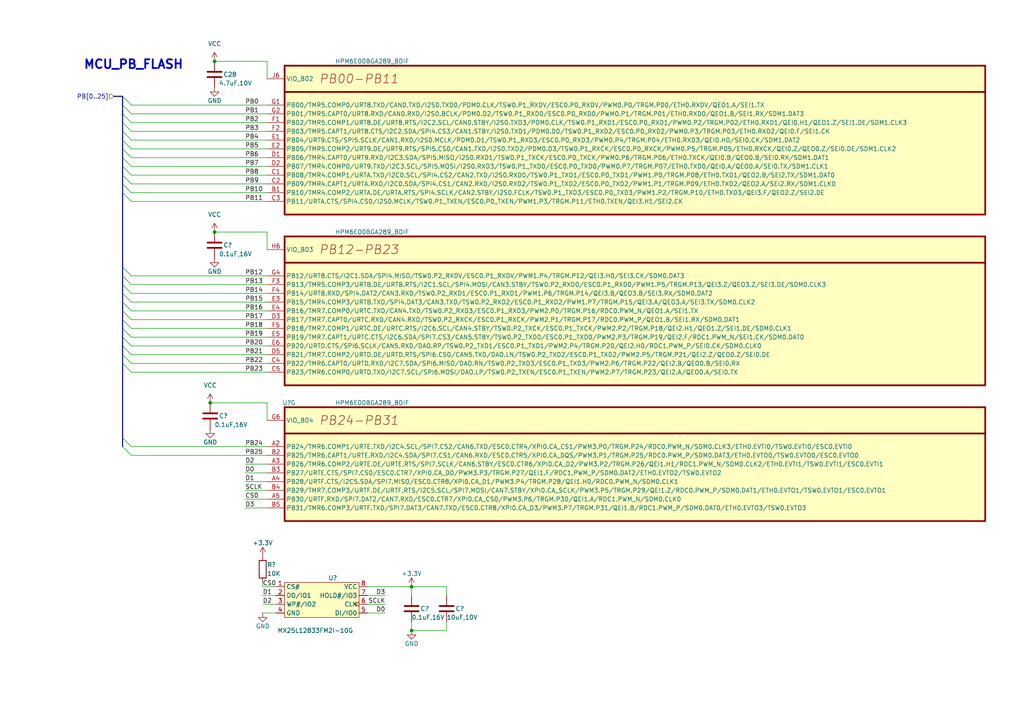
<source format=kicad_sch>
(kicad_sch (version 20230121) (generator eeschema)
  (paper "A4")
  (title_block (title "HPM6E00FULLPORTRevB") (date "2024-09-12") (rev "RevA") (comment 1 "MCU_PB_FLASH"))
  (junction (at 62.23 17.78))
  (junction (at 62.23 67.31))
  (junction (at 60.96 116.84))
  (junction (at 119.38 170.18))
  (junction (at 119.38 182.88))
  (bus_entry (at 35.56 40.64) (size 2.54 2.54))
  (bus_entry (at 35.56 90.17) (size 2.54 2.54))
  (bus_entry (at 35.56 85.09) (size 2.54 2.54))
  (bus_entry (at 35.56 30.48) (size 2.54 2.54))
  (bus_entry (at 35.56 33.02) (size 2.54 2.54))
  (bus_entry (at 35.56 80.01) (size 2.54 2.54))
  (bus_entry (at 35.56 53.34) (size 2.54 2.54))
  (bus_entry (at 35.56 105.41) (size 2.54 2.54))
  (bus_entry (at 35.56 82.55) (size 2.54 2.54))
  (bus_entry (at 35.56 92.71) (size 2.54 2.54))
  (bus_entry (at 35.56 77.47) (size 2.54 2.54))
  (bus_entry (at 35.56 102.87) (size 2.54 2.54))
  (bus_entry (at 35.56 38.1) (size 2.54 2.54))
  (bus_entry (at 35.56 100.33) (size 2.54 2.54))
  (bus_entry (at 35.56 127) (size 2.54 2.54))
  (bus_entry (at 35.56 129.54) (size 2.54 2.54))
  (bus_entry (at 35.56 55.88) (size 2.54 2.54))
  (bus_entry (at 35.56 48.26) (size 2.54 2.54))
  (bus_entry (at 35.56 45.72) (size 2.54 2.54))
  (bus_entry (at 35.56 97.79) (size 2.54 2.54))
  (bus_entry (at 35.56 27.94) (size 2.54 2.54))
  (bus_entry (at 35.56 87.63) (size 2.54 2.54))
  (bus_entry (at 35.56 43.18) (size 2.54 2.54))
  (bus_entry (at 35.56 35.56) (size 2.54 2.54))
  (bus_entry (at 35.56 50.8) (size 2.54 2.54))
  (bus_entry (at 35.56 95.25) (size 2.54 2.54))
  (wire (pts (xy 76.2 170.18) (xy 80.01 170.18)))
  (bus (pts (xy 35.56 35.56) (xy 35.56 38.1)))
  (wire (pts (xy 38.1 43.18) (xy 77.47 43.18)))
  (wire (pts (xy 38.1 55.88) (xy 77.47 55.88)))
  (wire (pts (xy 38.1 92.71) (xy 77.47 92.71)))
  (bus (pts (xy 35.56 95.25) (xy 35.56 97.79)))
  (bus (pts (xy 35.56 85.09) (xy 35.56 87.63)))
  (wire (pts (xy 60.96 116.84) (xy 77.47 116.84)))
  (wire (pts (xy 38.1 85.09) (xy 77.47 85.09)))
  (wire (pts (xy 38.1 100.33) (xy 77.47 100.33)))
  (wire (pts (xy 76.2 177.8) (xy 80.01 177.8)))
  (bus (pts (xy 35.56 53.34) (xy 35.56 55.88)))
  (bus (pts (xy 35.56 100.33) (xy 35.56 102.87)))
  (wire (pts (xy 38.1 35.56) (xy 77.47 35.56)))
  (bus (pts (xy 35.56 92.71) (xy 35.56 95.25)))
  (wire (pts (xy 38.1 80.01) (xy 77.47 80.01)))
  (wire (pts (xy 71.12 142.24) (xy 77.47 142.24)))
  (wire (pts (xy 71.12 139.7) (xy 77.47 139.7)))
  (wire (pts (xy 38.1 48.26) (xy 77.47 48.26)))
  (bus (pts (xy 33.02 27.94) (xy 35.56 27.94)))
  (wire (pts (xy 38.1 105.41) (xy 77.47 105.41)))
  (wire (pts (xy 38.1 58.42) (xy 77.47 58.42)))
  (bus (pts (xy 35.56 102.87) (xy 35.56 105.41)))
  (wire (pts (xy 71.12 137.16) (xy 77.47 137.16)))
  (wire (pts (xy 38.1 53.34) (xy 77.47 53.34)))
  (bus (pts (xy 35.56 43.18) (xy 35.56 45.72)))
  (wire (pts (xy 38.1 87.63) (xy 77.47 87.63)))
  (wire (pts (xy 77.47 67.31) (xy 77.47 72.39)))
  (wire (pts (xy 76.2 175.26) (xy 80.01 175.26)))
  (wire (pts (xy 38.1 90.17) (xy 77.47 90.17)))
  (bus (pts (xy 35.56 30.48) (xy 35.56 27.94)))
  (bus (pts (xy 35.56 82.55) (xy 35.56 85.09)))
  (bus (pts (xy 35.56 87.63) (xy 35.56 90.17)))
  (wire (pts (xy 38.1 95.25) (xy 77.47 95.25)))
  (wire (pts (xy 38.1 102.87) (xy 77.47 102.87)))
  (wire (pts (xy 76.2 168.91) (xy 76.2 170.18)))
  (wire (pts (xy 38.1 30.48) (xy 77.47 30.48)))
  (wire (pts (xy 62.23 67.31) (xy 77.47 67.31)))
  (wire (pts (xy 77.47 22.86) (xy 77.47 17.78)))
  (wire (pts (xy 38.1 40.64) (xy 77.47 40.64)))
  (wire (pts (xy 77.47 17.78) (xy 62.23 17.78)))
  (bus (pts (xy 35.56 45.72) (xy 35.56 48.26)))
  (wire (pts (xy 106.68 170.18) (xy 119.38 170.18)))
  (bus (pts (xy 35.56 105.41) (xy 35.56 127)))
  (wire (pts (xy 38.1 97.79) (xy 77.47 97.79)))
  (wire (pts (xy 111.76 175.26) (xy 106.68 175.26)))
  (wire (pts (xy 129.54 182.88) (xy 119.38 182.88)))
  (bus (pts (xy 35.56 97.79) (xy 35.56 100.33)))
  (bus (pts (xy 35.56 33.02) (xy 35.56 35.56)))
  (wire (pts (xy 38.1 107.95) (xy 77.47 107.95)))
  (wire (pts (xy 129.54 170.18) (xy 129.54 172.72)))
  (wire (pts (xy 119.38 170.18) (xy 129.54 170.18)))
  (bus (pts (xy 35.56 55.88) (xy 35.56 77.47)))
  (wire (pts (xy 71.12 144.78) (xy 77.47 144.78)))
  (wire (pts (xy 38.1 132.08) (xy 77.47 132.08)))
  (wire (pts (xy 71.12 147.32) (xy 77.47 147.32)))
  (wire (pts (xy 119.38 170.18) (xy 119.38 172.72)))
  (wire (pts (xy 76.2 172.72) (xy 80.01 172.72)))
  (wire (pts (xy 111.76 172.72) (xy 106.68 172.72)))
  (wire (pts (xy 38.1 129.54) (xy 77.47 129.54)))
  (wire (pts (xy 38.1 38.1) (xy 77.47 38.1)))
  (bus (pts (xy 35.56 38.1) (xy 35.56 40.64)))
  (wire (pts (xy 77.47 116.84) (xy 77.47 121.92)))
  (bus (pts (xy 35.56 40.64) (xy 35.56 43.18)))
  (wire (pts (xy 129.54 182.88) (xy 129.54 180.34)))
  (bus (pts (xy 35.56 30.48) (xy 35.56 33.02)))
  (wire (pts (xy 38.1 82.55) (xy 77.47 82.55)))
  (wire (pts (xy 38.1 50.8) (xy 77.47 50.8)))
  (bus (pts (xy 35.56 77.47) (xy 35.56 80.01)))
  (wire (pts (xy 71.12 134.62) (xy 77.47 134.62)))
  (wire (pts (xy 111.76 177.8) (xy 106.68 177.8)))
  (bus (pts (xy 35.56 48.26) (xy 35.56 50.8)))
  (bus (pts (xy 35.56 50.8) (xy 35.56 53.34)))
  (wire (pts (xy 38.1 45.72) (xy 77.47 45.72)))
  (bus (pts (xy 35.56 90.17) (xy 35.56 92.71)))
  (bus (pts (xy 35.56 127) (xy 35.56 129.54)))
  (wire (pts (xy 119.38 182.88) (xy 119.38 180.34)))
  (wire (pts (xy 38.1 33.02) (xy 77.47 33.02)))
  (bus (pts (xy 35.56 80.01) (xy 35.56 82.55)))
  (text "MCU_PB_FLASH" (at 24.13 20.32 0) (effects (font (size 2.54 2.54) (thickness 0.508) bold) (justify left bottom)))
  (label "PB16" (at 71.12 90.17 0))
  (label "PB14" (at 71.12 85.09 0))
  (label "PB5" (at 71.12 43.18 0))
  (label "D2" (at 71.12 134.62 0))
  (label "PB10" (at 71.12 55.88 0))
  (label "PB21" (at 71.12 102.87 0))
  (label "PB18" (at 71.12 95.25 0))
  (label "PB4" (at 71.12 40.64 0))
  (label "PB25" (at 71.12 132.08 0))
  (label "PB7" (at 71.12 48.26 0))
  (label "PB6" (at 71.12 45.72 0))
  (label "PB19" (at 71.12 97.79 0))
  (label "D1" (at 76.2 172.72 0))
  (label "D2" (at 76.2 175.26 0))
  (label "PB3" (at 71.12 38.1 0))
  (label "PB13" (at 71.12 82.55 0))
  (label "D0" (at 111.76 177.8 180))
  (label "PB22" (at 71.12 105.41 0))
  (label "D0" (at 71.12 137.16 0))
  (label "PB20" (at 71.12 100.33 0))
  (label "D3" (at 71.12 147.32 0))
  (label "PB24" (at 71.12 129.54 0))
  (label "SCLK" (at 71.12 142.24 0))
  (label "D1" (at 71.12 139.7 0))
  (label "CS0" (at 76.2 170.18 0))
  (label "PB8" (at 71.12 50.8 0))
  (label "PB15" (at 71.12 87.63 0))
  (label "D3" (at 111.76 172.72 180))
  (label "PB2" (at 71.12 35.56 0))
  (label "PB1" (at 71.12 33.02 0))
  (label "SCLK" (at 111.76 175.26 180))
  (label "PB12" (at 71.12 80.01 0))
  (label "PB17" (at 71.12 92.71 0))
  (label "PB9" (at 71.12 53.34 0))
  (label "CS0" (at 71.12 144.78 0))
  (label "PB11" (at 71.12 58.42 0))
  (label "PB0" (at 71.12 30.48 0))
  (label "PB23" (at 71.12 107.95 0))
  (hierarchical_label "PB[0..25]" (shape input) (at 33.02 27.94 180))
  (symbol (lib_id "power:GND") (at 60.96 124.46 0) (unit 1)
    (property "Reference" "#PWR?" (effects hide))
    (property "Value" "GND" (at 58.928 128.27 0) (effects (justify left)))
    (instances (project "HPM6E00 SKT Board BGA289_BDIF REVA" (path "" (reference "#PWR?") (unit 1)) (path "" (reference "#PWR?") (unit 1))) (project "HPM5300-CON-JTAG" (path "" (reference "#PWR?") (unit 1))) (project "HPM6E00FULLPORTRevB" (path "" (reference "#PWR?") (unit 1)) (path "" (reference "#PWR?") (unit 1)) (path "" (reference "#PWR059") (unit 1))) (project "HPM5300 SKT Board LQFP100 REVA" (path "" (reference "#PWR?") (unit 1))))
  )
  (symbol (lib_id "power:GND") (at 76.2 177.8 0) (unit 1)
    (property "Reference" "#PWR?" (effects hide))
    (property "Value" "GND" (at 74.168 181.61 0) (effects (justify left)))
    (instances (project "HPM6E00 SKT Board BGA289_BDIF REVA" (path "" (reference "#PWR?") (unit 1)) (path "" (reference "#PWR?") (unit 1))) (project "HPM5300-CON-JTAG" (path "" (reference "#PWR?") (unit 1))) (project "HPM6E00FULLPORTRevB" (path "" (reference "#PWR?") (unit 1)) (path "" (reference "#PWR?") (unit 1)) (path "" (reference "#PWR061") (unit 1))) (project "HPM5300 SKT Board LQFP100 REVA" (path "" (reference "#PWR?") (unit 1))))
  )
  (symbol (lib_id "00_HPM_power:VCC") (at 62.23 67.31 0) (unit 1)
    (property "Reference" "#PWR?" (effects hide))
    (property "Value" "VCC" (at 62.23 62.23 0))
    (instances (project "HPM6E00FULLPORTRevB" (path "" (reference "#PWR?") (unit 1)) (path "" (reference "#PWR055") (unit 1))))
  )
  (symbol (lib_id "power:+3.3V") (at 119.38 170.18 0) (unit 1)
    (property "Reference" "#PWR?" (effects hide))
    (property "Value" "+3.3V" (at 119.38 166.37 0))
    (instances (project "HPM6E00 SKT Board BGA289_BDIF REVA" (path "" (reference "#PWR?") (unit 1)) (path "" (reference "#PWR?") (unit 1))) (project "HPM5300-CON-JTAG" (path "" (reference "#PWR?") (unit 1))) (project "HPM6E00FULLPORTRevB" (path "" (reference "#PWR?") (unit 1)) (path "" (reference "#PWR?") (unit 1)) (path "" (reference "#PWR062") (unit 1))) (project "HPM5300 SKT Board LQFP100 REVA" (path "" (reference "#PWR?") (unit 1))))
  )
  (symbol (lib_id "00_HPM_power:VCC") (at 62.23 17.78 0) (unit 1)
    (property "Reference" "#PWR?" (effects hide))
    (property "Value" "VCC" (at 62.23 12.7 0))
    (instances (project "HPM6E00FULLPORTRevB" (path "" (reference "#PWR?") (unit 1)) (path "" (reference "#PWR054") (unit 1))))
  )
  (symbol (lib_id "02_HPM_Resistor:10K_0402") (at 76.2 165.1 90) (unit 1)
    (property "Reference" "R?" (at 77.47 163.83 90) (effects (justify right)))
    (property "Value" "10K" (at 77.47 166.37 90) (effects (justify right)))
    (property "Footprint" "02_HPM_Resistor:R_0402_1005Metric" (effects hide))
    (property "Model" "0402WGF1002TCE" (effects hide))
    (property "Company" "UNI-ROYAL(厚声)" (effects hide))
    (instances (project "HPM6E00 SKT Board BGA289_BDIF REVA" (path "" (reference "R?") (unit 1)) (path "" (reference "R?") (unit 1))) (project "HPM5300-CON-JTAG" (path "" (reference "R?") (unit 1))) (project "HPM6E00FULLPORTRevB" (path "" (reference "R?") (unit 1)) (path "" (reference "R?") (unit 1)) (path "" (reference "R59") (unit 1))) (project "HPM5300 SKT Board LQFP100 REVA" (path "" (reference "R?") (unit 1))))
  )
  (symbol (lib_id "03_HPM_Capacitance:4.7uF,10V_0402") (at 62.23 21.59 0) (mirror x) (unit 1)
    (property "Reference" "C28" (at 64.77 21.59 0) (effects (justify left)))
    (property "Value" "4.7uF,10V" (at 63.5 24.13 0) (effects (justify left)))
    (property "Footprint" "03_HPM_Capacitance:C_0402_1005Metric" (effects hide))
    (property "Model" " CL05A475MP5NRNC" (effects hide))
    (property "Company" " SAMSUNG(三星)" (effects hide))
  )
  (symbol (lib_id "00_HPM_power:VCC") (at 60.96 116.84 0) (unit 1)
    (property "Reference" "#PWR?" (effects hide))
    (property "Value" "VCC" (at 60.96 111.76 0))
    (instances (project "HPM6E00FULLPORTRevB" (path "" (reference "#PWR?") (unit 1)) (path "" (reference "#PWR056") (unit 1))))
  )
  (symbol (lib_id "99_HPM:HPM6E00BGA289_BDIF") (at 82.55 68.58 0) (unit 6)
    (property "Reference" "U?" (effects hide))
    (property "Value" "HPM6E00BGA289_BDIF" (at 107.95 67.31 0))
    (property "Footprint" "00_HPM_Library:BGA-289_17x17_14.0x14.0mm" (effects hide))
    (instances (project "HPM6E00 SKT Board BGA289_BDIF REVA" (path "" (reference "U?") (unit 6))) (project "HPM6E00FULLPORTRevB" (path "" (reference "U?") (unit 6)) (path "" (reference "U?") (unit 6)) (path "" (reference "U2") (unit 6))))
  )
  (symbol (lib_id "10_HPM_Storage_IC:MX25L12833FM2I-10G") (at 82.55 168.91 0) (unit 1)
    (property "Reference" "U?" (at 96.52 167.64 0))
    (property "Value" "MX25L12833FM2I-10G" (at 91.44 182.88 0))
    (property "Footprint" "08_HPM_Storage:SOIC8_208mil" (effects hide))
    (property "Model" "MX25L12833FM2I-10G" (effects hide))
    (property "Company" "MXIC(旺宏电子)" (effects hide))
    (instances (project "HPM6E00 SKT Board BGA289_BDIF REVA" (path "" (reference "U?") (unit 1)) (path "" (reference "U?") (unit 1))) (project "HPM5300-CON-JTAG" (path "" (reference "U?") (unit 1))) (project "HPM6E00FULLPORTRevB" (path "" (reference "U?") (unit 1)) (path "" (reference "U?") (unit 1)) (path "" (reference "U3") (unit 1))) (project "HPM5300 SKT Board LQFP100 REVA" (path "" (reference "U?") (unit 1))))
  )
  (symbol (lib_id "power:+3.3V") (at 76.2 161.29 0) (unit 1)
    (property "Reference" "#PWR?" (effects hide))
    (property "Value" "+3.3V" (at 76.2 157.48 0))
    (instances (project "HPM6E00 SKT Board BGA289_BDIF REVA" (path "" (reference "#PWR?") (unit 1)) (path "" (reference "#PWR?") (unit 1))) (project "HPM5300-CON-JTAG" (path "" (reference "#PWR?") (unit 1))) (project "HPM6E00FULLPORTRevB" (path "" (reference "#PWR?") (unit 1)) (path "" (reference "#PWR?") (unit 1)) (path "" (reference "#PWR060") (unit 1))) (project "HPM5300 SKT Board LQFP100 REVA" (path "" (reference "#PWR?") (unit 1))))
  )
  (symbol (lib_id "99_HPM:HPM6E00BGA289_BDIF") (at 82.55 118.11 0) (unit 7)
    (property "Reference" "U?" (at 83.82 116.84 0))
    (property "Value" "HPM6E00BGA289_BDIF" (at 107.95 116.84 0))
    (property "Footprint" "00_HPM_Library:BGA-289_17x17_14.0x14.0mm" (effects hide))
    (instances (project "HPM6E00 SKT Board BGA289_BDIF REVA" (path "" (reference "U?") (unit 7))) (project "HPM6E00FULLPORTRevB" (path "" (reference "U?") (unit 7)) (path "" (reference "U?") (unit 7)) (path "" (reference "U2") (unit 7))))
  )
  (symbol (lib_id "power:GND") (at 62.23 74.93 0) (unit 1)
    (property "Reference" "#PWR?" (effects hide))
    (property "Value" "GND" (at 60.198 78.74 0) (effects (justify left)))
    (instances (project "HPM6E00 SKT Board BGA289_BDIF REVA" (path "" (reference "#PWR?") (unit 1)) (path "" (reference "#PWR?") (unit 1))) (project "HPM5300-CON-JTAG" (path "" (reference "#PWR?") (unit 1))) (project "HPM6E00FULLPORTRevB" (path "" (reference "#PWR?") (unit 1)) (path "" (reference "#PWR?") (unit 1)) (path "" (reference "#PWR058") (unit 1))) (project "HPM5300 SKT Board LQFP100 REVA" (path "" (reference "#PWR?") (unit 1))))
  )
  (symbol (lib_id "power:GND") (at 119.38 182.88 0) (unit 1)
    (property "Reference" "#PWR?" (effects hide))
    (property "Value" "GND" (at 117.348 186.69 0) (effects (justify left)))
    (instances (project "HPM6E00 SKT Board BGA289_BDIF REVA" (path "" (reference "#PWR?") (unit 1)) (path "" (reference "#PWR?") (unit 1))) (project "HPM5300-CON-JTAG" (path "" (reference "#PWR?") (unit 1))) (project "HPM6E00FULLPORTRevB" (path "" (reference "#PWR?") (unit 1)) (path "" (reference "#PWR?") (unit 1)) (path "" (reference "#PWR063") (unit 1))) (project "HPM5300 SKT Board LQFP100 REVA" (path "" (reference "#PWR?") (unit 1))))
  )
  (symbol (lib_id "03_HPM_Capacitance:10uF,10V_0402") (at 129.54 176.53 0) (unit 1)
    (property "Reference" "C?" (at 132.08 176.53 0) (effects (justify left)))
    (property "Value" "10uF,10V" (at 129.54 179.07 0) (effects (justify left)))
    (property "Footprint" "03_HPM_Capacitance:C_0402_1005Metric" (effects hide))
    (property "Model" "CL05A106MP5NUNC" (effects hide))
    (property "Company" " SAMSUNG(三星)" (effects hide))
    (instances (project "HPM6E00 SKT Board BGA289_BDIF REVA" (path "" (reference "C?") (unit 1)) (path "" (reference "C?") (unit 1))) (project "HPM5300-CON-JTAG" (path "" (reference "C?") (unit 1))) (project "HPM6E00FULLPORTRevB" (path "" (reference "C?") (unit 1)) (path "" (reference "C?") (unit 1)) (path "" (reference "C32") (unit 1))) (project "HPM5300 SKT Board LQFP100 REVA" (path "" (reference "C?") (unit 1))))
  )
  (symbol (lib_id "03_HPM_Capacitance:0.1uF,16V_0402") (at 60.96 120.65 0) (unit 1)
    (property "Reference" "C?" (at 63.5 120.65 0) (effects (justify left)))
    (property "Value" "0.1uF,16V" (at 62.23 123.19 0) (effects (justify left)))
    (property "Footprint" "03_HPM_Capacitance:C_0402_1005Metric" (effects hide))
    (property "Model" "CL05B104KO5NNNC" (effects hide))
    (property "Company" "SAMSUNG(三星)" (effects hide))
    (instances (project "HPM5300-USB-OSC" (path "" (reference "C?") (unit 1))) (project "HPM6E00 SKT Board BGA289_BDIF REVA" (path "" (reference "C?") (unit 1)) (path "" (reference "C?") (unit 1)) (path "" (reference "C?") (unit 1))) (project "HPM6E00FULLPORTRevB" (path "" (reference "C?") (unit 1)) (path "" (reference "C?") (unit 1)) (path "" (reference "C30") (unit 1))) (project "HPM5300 SKT Board LQFP100 REVA" (path "" (reference "C?") (unit 1))))
  )
  (symbol (lib_id "03_HPM_Capacitance:0.1uF,16V_0402") (at 62.23 71.12 0) (unit 1)
    (property "Reference" "C?" (at 64.77 71.12 0) (effects (justify left)))
    (property "Value" "0.1uF,16V" (at 63.5 73.66 0) (effects (justify left)))
    (property "Footprint" "03_HPM_Capacitance:C_0402_1005Metric" (effects hide))
    (property "Model" "CL05B104KO5NNNC" (effects hide))
    (property "Company" "SAMSUNG(三星)" (effects hide))
    (instances (project "HPM5300-USB-OSC" (path "" (reference "C?") (unit 1))) (project "HPM6E00 SKT Board BGA289_BDIF REVA" (path "" (reference "C?") (unit 1)) (path "" (reference "C?") (unit 1)) (path "" (reference "C?") (unit 1))) (project "HPM6E00FULLPORTRevB" (path "" (reference "C?") (unit 1)) (path "" (reference "C?") (unit 1)) (path "" (reference "C29") (unit 1))) (project "HPM5300 SKT Board LQFP100 REVA" (path "" (reference "C?") (unit 1))))
  )
  (symbol (lib_id "power:GND") (at 62.23 25.4 0) (unit 1)
    (property "Reference" "#PWR?" (effects hide))
    (property "Value" "GND" (at 60.198 29.21 0) (effects (justify left)))
    (instances (project "HPM6E00 SKT Board BGA289_BDIF REVA" (path "" (reference "#PWR?") (unit 1)) (path "" (reference "#PWR?") (unit 1))) (project "HPM5300-CON-JTAG" (path "" (reference "#PWR?") (unit 1))) (project "HPM6E00FULLPORTRevB" (path "" (reference "#PWR?") (unit 1)) (path "" (reference "#PWR?") (unit 1)) (path "" (reference "#PWR057") (unit 1))) (project "HPM5300 SKT Board LQFP100 REVA" (path "" (reference "#PWR?") (unit 1))))
  )
  (symbol (lib_id "03_HPM_Capacitance:0.1uF,16V_0402") (at 119.38 176.53 0) (unit 1)
    (property "Reference" "C?" (at 121.92 176.53 0) (effects (justify left)))
    (property "Value" "0.1uF,16V" (at 119.38 179.07 0) (effects (justify left)))
    (property "Footprint" "03_HPM_Capacitance:C_0402_1005Metric" (effects hide))
    (property "Model" "CL05B104KO5NNNC" (effects hide))
    (property "Company" "SAMSUNG(三星)" (effects hide))
    (instances (project "HPM6E00 SKT Board BGA289_BDIF REVA" (path "" (reference "C?") (unit 1)) (path "" (reference "C?") (unit 1))) (project "HPM5300-CON-JTAG" (path "" (reference "C?") (unit 1))) (project "HPM6E00FULLPORTRevB" (path "" (reference "C?") (unit 1)) (path "" (reference "C?") (unit 1)) (path "" (reference "C31") (unit 1))) (project "HPM5300 SKT Board LQFP100 REVA" (path "" (reference "C?") (unit 1))))
  )
  (symbol (lib_id "99_HPM:HPM6E00BGA289_BDIF") (at 82.55 19.05 0) (unit 5)
    (property "Reference" "U?" (effects hide))
    (property "Value" "HPM6E00BGA289_BDIF" (at 107.95 17.78 0))
    (property "Footprint" "00_HPM_Library:BGA-289_17x17_14.0x14.0mm" (effects hide))
    (instances (project "HPM6E00 SKT Board BGA289_BDIF REVA" (path "" (reference "U?") (unit 5))) (project "HPM6E00FULLPORTRevB" (path "" (reference "U?") (unit 5)) (path "" (reference "U?") (unit 5)) (path "" (reference "U2") (unit 5))))
  )
)
</source>
